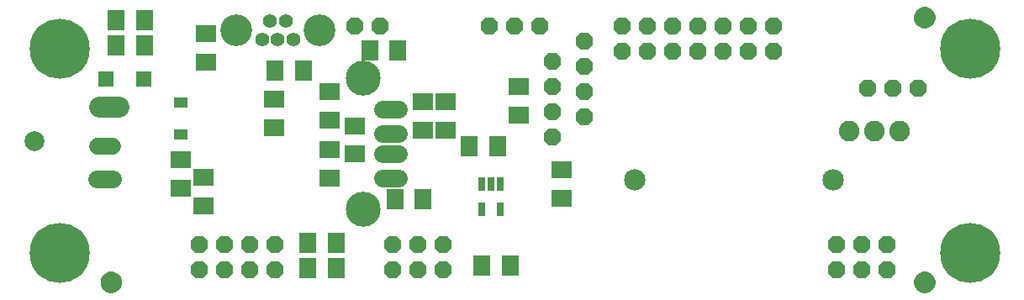
<source format=gts>
G75*
G70*
%OFA0B0*%
%FSLAX24Y24*%
%IPPOS*%
%LPD*%
%AMOC8*
5,1,8,0,0,1.08239X$1,22.5*
%
%ADD10OC8,0.0680*%
%ADD11C,0.2380*%
%ADD12C,0.0050*%
%ADD13C,0.0848*%
%ADD14C,0.0556*%
%ADD15C,0.1261*%
%ADD16R,0.0710X0.0790*%
%ADD17R,0.0790X0.0710*%
%ADD18R,0.0297X0.0552*%
%ADD19C,0.0694*%
%ADD20C,0.1386*%
%ADD21R,0.0631X0.0631*%
%ADD22C,0.0820*%
%ADD23R,0.0560X0.0438*%
%ADD24C,0.0845*%
%ADD25C,0.0710*%
%ADD26C,0.0680*%
%ADD27C,0.0790*%
D10*
X007587Y001200D03*
X008587Y001200D03*
X009587Y001200D03*
X010587Y001200D03*
X010587Y002200D03*
X009587Y002200D03*
X008587Y002200D03*
X007587Y002200D03*
X015237Y002200D03*
X016237Y002200D03*
X017237Y002200D03*
X017237Y001200D03*
X016237Y001200D03*
X015237Y001200D03*
X021587Y006450D03*
X022837Y007250D03*
X021587Y007450D03*
X022837Y008250D03*
X021587Y008450D03*
X022837Y009250D03*
X021587Y009450D03*
X022837Y010250D03*
X024337Y009880D03*
X025337Y009880D03*
X026337Y009880D03*
X027337Y009880D03*
X028337Y009880D03*
X029337Y009880D03*
X030337Y009880D03*
X030337Y010880D03*
X029337Y010880D03*
X028337Y010880D03*
X027337Y010880D03*
X026337Y010880D03*
X025337Y010880D03*
X024337Y010880D03*
X021087Y010880D03*
X020087Y010880D03*
X019087Y010880D03*
X014737Y010880D03*
X013737Y010880D03*
X034087Y008400D03*
X035087Y008400D03*
X036087Y008400D03*
X034837Y002200D03*
X033837Y002200D03*
X032837Y002200D03*
X032837Y001200D03*
X033837Y001200D03*
X034837Y001200D03*
D11*
X038137Y001880D03*
X038137Y009980D03*
X002037Y009980D03*
X002037Y001880D03*
D12*
X003700Y000632D02*
X003717Y000565D01*
X003746Y000503D01*
X003786Y000447D01*
X003834Y000398D01*
X003891Y000359D01*
X003953Y000330D01*
X004019Y000312D01*
X004087Y000306D01*
X004156Y000312D01*
X004222Y000330D01*
X004284Y000359D01*
X004341Y000398D01*
X004389Y000447D01*
X004428Y000503D01*
X004457Y000565D01*
X004475Y000632D01*
X004481Y000700D01*
X004475Y000768D01*
X004457Y000835D01*
X004428Y000897D01*
X004389Y000953D01*
X004341Y001002D01*
X004284Y001041D01*
X004222Y001070D01*
X004156Y001088D01*
X004087Y001094D01*
X004019Y001088D01*
X003953Y001070D01*
X003891Y001041D01*
X003834Y001002D01*
X003786Y000953D01*
X003746Y000897D01*
X003717Y000835D01*
X003700Y000768D01*
X003694Y000700D01*
X003700Y000632D01*
X003699Y000637D02*
X004476Y000637D01*
X004480Y000685D02*
X003695Y000685D01*
X003697Y000734D02*
X004478Y000734D01*
X004472Y000782D02*
X003703Y000782D01*
X003716Y000831D02*
X004459Y000831D01*
X004437Y000879D02*
X003738Y000879D01*
X003768Y000928D02*
X004407Y000928D01*
X004366Y000976D02*
X003809Y000976D01*
X003867Y001025D02*
X004308Y001025D01*
X004211Y001073D02*
X003964Y001073D01*
X003711Y000588D02*
X004463Y000588D01*
X004445Y000540D02*
X003730Y000540D01*
X003755Y000491D02*
X004420Y000491D01*
X004385Y000443D02*
X003790Y000443D01*
X003841Y000394D02*
X004334Y000394D01*
X004255Y000346D02*
X003920Y000346D01*
X035944Y000700D02*
X035950Y000768D01*
X035967Y000835D01*
X035996Y000897D01*
X036036Y000953D01*
X036084Y001002D01*
X036141Y001041D01*
X036203Y001070D01*
X036269Y001088D01*
X036337Y001094D01*
X036406Y001088D01*
X036472Y001070D01*
X036534Y001041D01*
X036591Y001002D01*
X036639Y000953D01*
X036678Y000897D01*
X036707Y000835D01*
X036725Y000768D01*
X036731Y000700D01*
X036725Y000632D01*
X036707Y000565D01*
X036678Y000503D01*
X036639Y000447D01*
X036591Y000398D01*
X036534Y000359D01*
X036472Y000330D01*
X036406Y000312D01*
X036337Y000306D01*
X036269Y000312D01*
X036203Y000330D01*
X036141Y000359D01*
X036084Y000398D01*
X036036Y000447D01*
X035996Y000503D01*
X035967Y000565D01*
X035950Y000632D01*
X035944Y000700D01*
X035945Y000685D02*
X036730Y000685D01*
X036728Y000734D02*
X035947Y000734D01*
X035953Y000782D02*
X036722Y000782D01*
X036709Y000831D02*
X035966Y000831D01*
X035988Y000879D02*
X036687Y000879D01*
X036657Y000928D02*
X036018Y000928D01*
X036059Y000976D02*
X036616Y000976D01*
X036558Y001025D02*
X036117Y001025D01*
X036214Y001073D02*
X036461Y001073D01*
X036726Y000637D02*
X035949Y000637D01*
X035961Y000588D02*
X036713Y000588D01*
X036695Y000540D02*
X035980Y000540D01*
X036005Y000491D02*
X036670Y000491D01*
X036635Y000443D02*
X036040Y000443D01*
X036091Y000394D02*
X036584Y000394D01*
X036505Y000346D02*
X036170Y000346D01*
X036337Y010806D02*
X036406Y010812D01*
X036472Y010830D01*
X036534Y010859D01*
X036591Y010898D01*
X036639Y010947D01*
X036678Y011003D01*
X036707Y011065D01*
X036725Y011132D01*
X036731Y011200D01*
X036725Y011268D01*
X036707Y011335D01*
X036678Y011397D01*
X036639Y011453D01*
X036591Y011502D01*
X036534Y011541D01*
X036472Y011570D01*
X036406Y011588D01*
X036337Y011594D01*
X036269Y011588D01*
X036203Y011570D01*
X036141Y011541D01*
X036084Y011502D01*
X036036Y011453D01*
X035996Y011397D01*
X035967Y011335D01*
X035950Y011268D01*
X035944Y011200D01*
X035950Y011132D01*
X035967Y011065D01*
X035996Y011003D01*
X036036Y010947D01*
X036084Y010898D01*
X036141Y010859D01*
X036203Y010830D01*
X036269Y010812D01*
X036337Y010806D01*
X036234Y010822D02*
X036440Y010822D01*
X036550Y010870D02*
X036125Y010870D01*
X036064Y010919D02*
X036611Y010919D01*
X036653Y010967D02*
X036022Y010967D01*
X035991Y011016D02*
X036684Y011016D01*
X036707Y011064D02*
X035968Y011064D01*
X035955Y011113D02*
X036720Y011113D01*
X036728Y011161D02*
X035947Y011161D01*
X035945Y011210D02*
X036730Y011210D01*
X036726Y011258D02*
X035949Y011258D01*
X035960Y011307D02*
X036715Y011307D01*
X036698Y011355D02*
X035977Y011355D01*
X036001Y011404D02*
X036674Y011404D01*
X036640Y011452D02*
X036035Y011452D01*
X036083Y011501D02*
X036592Y011501D01*
X036517Y011549D02*
X036158Y011549D01*
D13*
X032702Y004750D03*
X024828Y004750D03*
D14*
X011317Y010346D03*
X010687Y010346D03*
X010058Y010346D03*
X010372Y011054D03*
X011002Y011054D03*
D15*
X012341Y010700D03*
X012341Y010700D03*
X009034Y010700D03*
X009034Y010700D03*
D16*
X005397Y011100D03*
X004278Y011100D03*
X004278Y010100D03*
X005397Y010100D03*
X010578Y009100D03*
X011697Y009100D03*
X014328Y009900D03*
X015447Y009900D03*
X018278Y006100D03*
X019397Y006100D03*
X016447Y004000D03*
X015328Y004000D03*
X012997Y002250D03*
X011878Y002250D03*
X011878Y001250D03*
X012997Y001250D03*
X018778Y001350D03*
X019897Y001350D03*
D17*
X021937Y004040D03*
X021937Y005160D03*
X017337Y006740D03*
X016437Y006740D03*
X013737Y006910D03*
X012737Y007140D03*
X010537Y006840D03*
X012737Y005960D03*
X013737Y005790D03*
X012737Y004840D03*
X007737Y004860D03*
X006837Y004440D03*
X007737Y003740D03*
X006837Y005560D03*
X010537Y007960D03*
X012737Y008260D03*
X016437Y007860D03*
X017337Y007860D03*
X020237Y007340D03*
X020237Y008460D03*
X007837Y009440D03*
X007837Y010560D03*
D18*
X018763Y004612D03*
X019137Y004612D03*
X019511Y004612D03*
X019511Y003588D03*
X018763Y003588D03*
D19*
X015461Y004822D02*
X014847Y004822D01*
X014847Y005806D02*
X015461Y005806D01*
X015461Y006594D02*
X014847Y006594D01*
X014847Y007578D02*
X015461Y007578D01*
D20*
X014087Y008787D03*
X014087Y003613D03*
D21*
X005385Y008750D03*
X003889Y008750D03*
D22*
X033337Y006700D03*
X034337Y006700D03*
X035337Y006700D03*
D23*
X006837Y006556D03*
X006837Y007844D03*
D24*
X004370Y007680D02*
X003605Y007680D01*
D25*
X003522Y004800D02*
X004152Y004800D01*
D26*
X004137Y006100D02*
X003537Y006100D01*
D27*
X001037Y006300D03*
M02*

</source>
